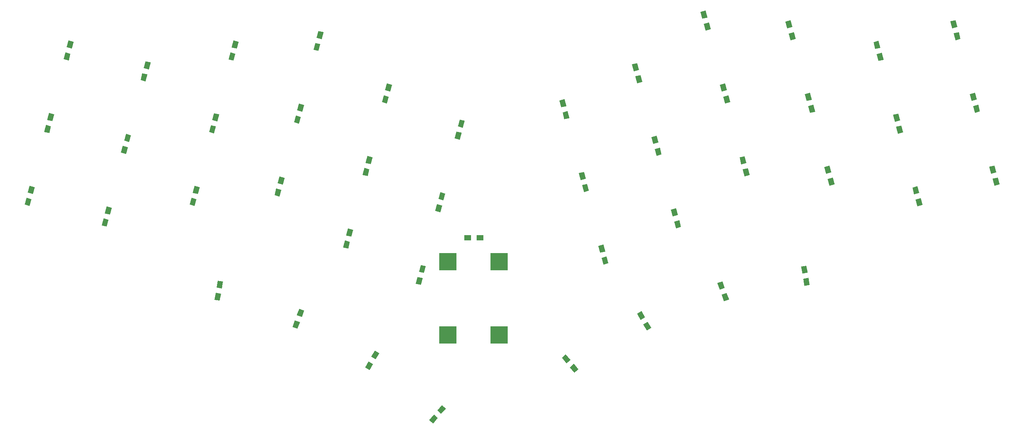
<source format=gtp>
G04 #@! TF.GenerationSoftware,KiCad,Pcbnew,(5.1.9)-1*
G04 #@! TF.CreationDate,2021-07-05T21:58:00+03:00*
G04 #@! TF.ProjectId,choctopus44,63686f63-746f-4707-9573-34342e6b6963,1.0 Prototype*
G04 #@! TF.SameCoordinates,Original*
G04 #@! TF.FileFunction,Paste,Top*
G04 #@! TF.FilePolarity,Positive*
%FSLAX46Y46*%
G04 Gerber Fmt 4.6, Leading zero omitted, Abs format (unit mm)*
G04 Created by KiCad (PCBNEW (5.1.9)-1) date 2021-07-05 21:58:00*
%MOMM*%
%LPD*%
G01*
G04 APERTURE LIST*
%ADD10R,4.000000X4.000000*%
%ADD11C,0.100000*%
%ADD12R,1.600000X1.200000*%
G04 APERTURE END LIST*
D10*
X150460000Y-138000000D03*
X138860000Y-138000000D03*
X138860000Y-121400000D03*
X150460000Y-121400000D03*
D11*
G36*
X131970741Y-124859819D02*
G01*
X133129852Y-125170402D01*
X132715741Y-126715883D01*
X131556630Y-126405300D01*
X131970741Y-124859819D01*
G37*
G36*
X132695435Y-122155227D02*
G01*
X133854546Y-122465810D01*
X133440435Y-124011291D01*
X132281324Y-123700708D01*
X132695435Y-122155227D01*
G37*
G36*
X181248736Y-79466581D02*
G01*
X182407847Y-79155998D01*
X182821958Y-80701479D01*
X181662847Y-81012062D01*
X181248736Y-79466581D01*
G37*
G36*
X180524042Y-76761989D02*
G01*
X181683153Y-76451406D01*
X182097264Y-77996887D01*
X180938153Y-78307470D01*
X180524042Y-76761989D01*
G37*
G36*
X173595736Y-120574847D02*
G01*
X174754847Y-120264264D01*
X175168958Y-121809745D01*
X174009847Y-122120328D01*
X173595736Y-120574847D01*
G37*
G36*
X172871042Y-117870255D02*
G01*
X174030153Y-117559672D01*
X174444264Y-119105153D01*
X173285153Y-119415736D01*
X172871042Y-117870255D01*
G37*
G36*
X185639150Y-95916528D02*
G01*
X186798261Y-95605945D01*
X187212372Y-97151426D01*
X186053261Y-97462009D01*
X185639150Y-95916528D01*
G37*
G36*
X184914456Y-93211936D02*
G01*
X186073567Y-92901353D01*
X186487678Y-94446834D01*
X185328567Y-94757417D01*
X184914456Y-93211936D01*
G37*
G36*
X52279279Y-74010754D02*
G01*
X53438390Y-74321337D01*
X53024279Y-75866818D01*
X51865168Y-75556235D01*
X52279279Y-74010754D01*
G37*
G36*
X53003973Y-71306162D02*
G01*
X54163084Y-71616745D01*
X53748973Y-73162226D01*
X52589862Y-72851643D01*
X53003973Y-71306162D01*
G37*
G36*
X69694541Y-78726539D02*
G01*
X70853652Y-79037122D01*
X70439541Y-80582603D01*
X69280430Y-80272020D01*
X69694541Y-78726539D01*
G37*
G36*
X70419235Y-76021947D02*
G01*
X71578346Y-76332530D01*
X71164235Y-77878011D01*
X70005124Y-77567428D01*
X70419235Y-76021947D01*
G37*
G36*
X89608401Y-74044329D02*
G01*
X90767512Y-74354912D01*
X90353401Y-75900393D01*
X89194290Y-75589810D01*
X89608401Y-74044329D01*
G37*
G36*
X90333095Y-71339737D02*
G01*
X91492206Y-71650320D01*
X91078095Y-73195801D01*
X89918984Y-72885218D01*
X90333095Y-71339737D01*
G37*
G36*
X108824654Y-71862835D02*
G01*
X109983765Y-72173418D01*
X109569654Y-73718899D01*
X108410543Y-73408316D01*
X108824654Y-71862835D01*
G37*
G36*
X109549348Y-69158243D02*
G01*
X110708459Y-69468826D01*
X110294348Y-71014307D01*
X109135237Y-70703724D01*
X109549348Y-69158243D01*
G37*
G36*
X124314031Y-83756080D02*
G01*
X125473142Y-84066663D01*
X125059031Y-85612144D01*
X123899920Y-85301561D01*
X124314031Y-83756080D01*
G37*
G36*
X125038725Y-81051488D02*
G01*
X126197836Y-81362071D01*
X125783725Y-82907552D01*
X124624614Y-82596969D01*
X125038725Y-81051488D01*
G37*
G36*
X140784070Y-91932653D02*
G01*
X141943181Y-92243236D01*
X141529070Y-93788717D01*
X140369959Y-93478134D01*
X140784070Y-91932653D01*
G37*
G36*
X141508764Y-89228061D02*
G01*
X142667875Y-89538644D01*
X142253764Y-91084125D01*
X141094653Y-90773542D01*
X141508764Y-89228061D01*
G37*
G36*
X47878031Y-90469792D02*
G01*
X49037142Y-90780375D01*
X48623031Y-92325856D01*
X47463920Y-92015273D01*
X47878031Y-90469792D01*
G37*
G36*
X48602725Y-87765200D02*
G01*
X49761836Y-88075783D01*
X49347725Y-89621264D01*
X48188614Y-89310681D01*
X48602725Y-87765200D01*
G37*
G36*
X65263408Y-95182962D02*
G01*
X66422519Y-95493545D01*
X66008408Y-97039026D01*
X64849297Y-96728443D01*
X65263408Y-95182962D01*
G37*
G36*
X65988102Y-92478370D02*
G01*
X67147213Y-92788953D01*
X66733102Y-94334434D01*
X65573991Y-94023851D01*
X65988102Y-92478370D01*
G37*
G36*
X85208025Y-90493405D02*
G01*
X86367136Y-90803988D01*
X85953025Y-92349469D01*
X84793914Y-92038886D01*
X85208025Y-90493405D01*
G37*
G36*
X85932719Y-87788813D02*
G01*
X87091830Y-88099396D01*
X86677719Y-89644877D01*
X85518608Y-89334294D01*
X85932719Y-87788813D01*
G37*
G36*
X104421663Y-88341796D02*
G01*
X105580774Y-88652379D01*
X105166663Y-90197860D01*
X104007552Y-89887277D01*
X104421663Y-88341796D01*
G37*
G36*
X105146357Y-85637204D02*
G01*
X106305468Y-85947787D01*
X105891357Y-87493268D01*
X104732246Y-87182685D01*
X105146357Y-85637204D01*
G37*
G36*
X119923617Y-100206027D02*
G01*
X121082728Y-100516610D01*
X120668617Y-102062091D01*
X119509506Y-101751508D01*
X119923617Y-100206027D01*
G37*
G36*
X120648311Y-97501435D02*
G01*
X121807422Y-97812018D01*
X121393311Y-99357499D01*
X120234200Y-99046916D01*
X120648311Y-97501435D01*
G37*
G36*
X136372860Y-108390819D02*
G01*
X137531971Y-108701402D01*
X137117860Y-110246883D01*
X135958749Y-109936300D01*
X136372860Y-108390819D01*
G37*
G36*
X137097554Y-105686227D02*
G01*
X138256665Y-105996810D01*
X137842554Y-107542291D01*
X136683443Y-107231708D01*
X137097554Y-105686227D01*
G37*
G36*
X43464207Y-106957843D02*
G01*
X44623318Y-107268426D01*
X44209207Y-108813907D01*
X43050096Y-108503324D01*
X43464207Y-106957843D01*
G37*
G36*
X44188901Y-104253251D02*
G01*
X45348012Y-104563834D01*
X44933901Y-106109315D01*
X43774790Y-105798732D01*
X44188901Y-104253251D01*
G37*
G36*
X60892917Y-111634652D02*
G01*
X62052028Y-111945235D01*
X61637917Y-113490716D01*
X60478806Y-113180133D01*
X60892917Y-111634652D01*
G37*
G36*
X61617611Y-108930060D02*
G01*
X62776722Y-109240643D01*
X62362611Y-110786124D01*
X61203500Y-110475541D01*
X61617611Y-108930060D01*
G37*
G36*
X80795072Y-106971495D02*
G01*
X81954183Y-107282078D01*
X81540072Y-108827559D01*
X80380961Y-108516976D01*
X80795072Y-106971495D01*
G37*
G36*
X81519766Y-104266903D02*
G01*
X82678877Y-104577486D01*
X82264766Y-106122967D01*
X81105655Y-105812384D01*
X81519766Y-104266903D01*
G37*
G36*
X100002480Y-104829379D02*
G01*
X101161591Y-105139962D01*
X100747480Y-106685443D01*
X99588369Y-106374860D01*
X100002480Y-104829379D01*
G37*
G36*
X100727174Y-102124787D02*
G01*
X101886285Y-102435370D01*
X101472174Y-103980851D01*
X100313063Y-103670268D01*
X100727174Y-102124787D01*
G37*
G36*
X115524984Y-116635179D02*
G01*
X116684095Y-116945762D01*
X116269984Y-118491243D01*
X115110873Y-118180660D01*
X115524984Y-116635179D01*
G37*
G36*
X116249678Y-113930587D02*
G01*
X117408789Y-114241170D01*
X116994678Y-115786651D01*
X115835567Y-115476068D01*
X116249678Y-113930587D01*
G37*
G36*
X164778698Y-87643154D02*
G01*
X165937809Y-87332571D01*
X166351920Y-88878052D01*
X165192809Y-89188635D01*
X164778698Y-87643154D01*
G37*
G36*
X164054004Y-84938562D02*
G01*
X165213115Y-84627979D01*
X165627226Y-86173460D01*
X164468115Y-86484043D01*
X164054004Y-84938562D01*
G37*
G36*
X196738113Y-67573336D02*
G01*
X197897224Y-67262753D01*
X198311335Y-68808234D01*
X197152224Y-69118817D01*
X196738113Y-67573336D01*
G37*
G36*
X196013419Y-64868744D02*
G01*
X197172530Y-64558161D01*
X197586641Y-66103642D01*
X196427530Y-66414225D01*
X196013419Y-64868744D01*
G37*
G36*
X215954367Y-69754830D02*
G01*
X217113478Y-69444247D01*
X217527589Y-70989728D01*
X216368478Y-71300311D01*
X215954367Y-69754830D01*
G37*
G36*
X215229673Y-67050238D02*
G01*
X216388784Y-66739655D01*
X216802895Y-68285136D01*
X215643784Y-68595719D01*
X215229673Y-67050238D01*
G37*
G36*
X235868226Y-74437040D02*
G01*
X237027337Y-74126457D01*
X237441448Y-75671938D01*
X236282337Y-75982521D01*
X235868226Y-74437040D01*
G37*
G36*
X235143532Y-71732448D02*
G01*
X236302643Y-71421865D01*
X236716754Y-72967346D01*
X235557643Y-73277929D01*
X235143532Y-71732448D01*
G37*
G36*
X253283489Y-69721255D02*
G01*
X254442600Y-69410672D01*
X254856711Y-70956153D01*
X253697600Y-71266736D01*
X253283489Y-69721255D01*
G37*
G36*
X252558795Y-67016663D02*
G01*
X253717906Y-66706080D01*
X254132017Y-68251561D01*
X252972906Y-68562144D01*
X252558795Y-67016663D01*
G37*
G36*
X169189907Y-104101320D02*
G01*
X170349018Y-103790737D01*
X170763129Y-105336218D01*
X169604018Y-105646801D01*
X169189907Y-104101320D01*
G37*
G36*
X168465213Y-101396728D02*
G01*
X169624324Y-101086145D01*
X170038435Y-102631626D01*
X168879324Y-102942209D01*
X168465213Y-101396728D01*
G37*
G36*
X201141104Y-84052297D02*
G01*
X202300215Y-83741714D01*
X202714326Y-85287195D01*
X201555215Y-85597778D01*
X201141104Y-84052297D01*
G37*
G36*
X200416410Y-81347705D02*
G01*
X201575521Y-81037122D01*
X201989632Y-82582603D01*
X200830521Y-82893186D01*
X200416410Y-81347705D01*
G37*
G36*
X220354743Y-86203906D02*
G01*
X221513854Y-85893323D01*
X221927965Y-87438804D01*
X220768854Y-87749387D01*
X220354743Y-86203906D01*
G37*
G36*
X219630049Y-83499314D02*
G01*
X220789160Y-83188731D01*
X221203271Y-84734212D01*
X220044160Y-85044795D01*
X219630049Y-83499314D01*
G37*
G36*
X240299360Y-90893463D02*
G01*
X241458471Y-90582880D01*
X241872582Y-92128361D01*
X240713471Y-92438944D01*
X240299360Y-90893463D01*
G37*
G36*
X239574666Y-88188871D02*
G01*
X240733777Y-87878288D01*
X241147888Y-89423769D01*
X239988777Y-89734352D01*
X239574666Y-88188871D01*
G37*
G36*
X257684737Y-86180293D02*
G01*
X258843848Y-85869710D01*
X259257959Y-87415191D01*
X258098848Y-87725774D01*
X257684737Y-86180293D01*
G37*
G36*
X256960043Y-83475701D02*
G01*
X258119154Y-83165118D01*
X258533265Y-84710599D01*
X257374154Y-85021182D01*
X256960043Y-83475701D01*
G37*
G36*
X190037783Y-112345680D02*
G01*
X191196894Y-112035097D01*
X191611005Y-113580578D01*
X190451894Y-113891161D01*
X190037783Y-112345680D01*
G37*
G36*
X189313089Y-109641088D02*
G01*
X190472200Y-109330505D01*
X190886311Y-110875986D01*
X189727200Y-111186569D01*
X189313089Y-109641088D01*
G37*
G36*
X205554928Y-100540349D02*
G01*
X206714039Y-100229766D01*
X207128150Y-101775247D01*
X205969039Y-102085830D01*
X205554928Y-100540349D01*
G37*
G36*
X204830234Y-97835757D02*
G01*
X205989345Y-97525174D01*
X206403456Y-99070655D01*
X205244345Y-99381238D01*
X204830234Y-97835757D01*
G37*
G36*
X224767695Y-102681996D02*
G01*
X225926806Y-102371413D01*
X226340917Y-103916894D01*
X225181806Y-104227477D01*
X224767695Y-102681996D01*
G37*
G36*
X224043001Y-99977404D02*
G01*
X225202112Y-99666821D01*
X225616223Y-101212302D01*
X224457112Y-101522885D01*
X224043001Y-99977404D01*
G37*
G36*
X244669850Y-107345153D02*
G01*
X245828961Y-107034570D01*
X246243072Y-108580051D01*
X245083961Y-108890634D01*
X244669850Y-107345153D01*
G37*
G36*
X243945156Y-104640561D02*
G01*
X245104267Y-104329978D01*
X245518378Y-105875459D01*
X244359267Y-106186042D01*
X243945156Y-104640561D01*
G37*
G36*
X262098561Y-102668344D02*
G01*
X263257672Y-102357761D01*
X263671783Y-103903242D01*
X262512672Y-104213825D01*
X262098561Y-102668344D01*
G37*
G36*
X261373867Y-99963752D02*
G01*
X262532978Y-99653169D01*
X262947089Y-101198650D01*
X261787978Y-101509233D01*
X261373867Y-99963752D01*
G37*
G36*
X86304927Y-128486696D02*
G01*
X87486696Y-128695074D01*
X87208859Y-130270766D01*
X86027090Y-130062388D01*
X86304927Y-128486696D01*
G37*
G36*
X86791141Y-125729234D02*
G01*
X87972910Y-125937612D01*
X87695073Y-127513304D01*
X86513304Y-127304926D01*
X86791141Y-125729234D01*
G37*
G36*
X104230973Y-134707836D02*
G01*
X105358604Y-135118260D01*
X104811371Y-136621768D01*
X103683740Y-136211344D01*
X104230973Y-134707836D01*
G37*
G36*
X105188629Y-132076696D02*
G01*
X106316260Y-132487120D01*
X105769027Y-133990628D01*
X104641396Y-133580204D01*
X105188629Y-132076696D01*
G37*
G36*
X120880385Y-144007180D02*
G01*
X121919615Y-144607180D01*
X121119615Y-145992820D01*
X120080385Y-145392820D01*
X120880385Y-144007180D01*
G37*
G36*
X122280385Y-141582308D02*
G01*
X123319615Y-142182308D01*
X122519615Y-143567948D01*
X121480385Y-142967948D01*
X122280385Y-141582308D01*
G37*
G36*
X166419174Y-145357726D02*
G01*
X167338428Y-144586381D01*
X168366888Y-145812052D01*
X167447634Y-146583397D01*
X166419174Y-145357726D01*
G37*
G36*
X164619368Y-143212802D02*
G01*
X165538622Y-142441457D01*
X166567082Y-143667128D01*
X165647828Y-144438473D01*
X164619368Y-143212802D01*
G37*
G36*
X183030385Y-135654552D02*
G01*
X184069615Y-135054552D01*
X184869615Y-136440192D01*
X183830385Y-137040192D01*
X183030385Y-135654552D01*
G37*
G36*
X181630385Y-133229680D02*
G01*
X182669615Y-132629680D01*
X183469615Y-134015320D01*
X182430385Y-134615320D01*
X181630385Y-133229680D01*
G37*
G36*
X200786346Y-128919796D02*
G01*
X201913977Y-128509372D01*
X202461210Y-130012880D01*
X201333579Y-130423304D01*
X200786346Y-128919796D01*
G37*
G36*
X199828690Y-126288656D02*
G01*
X200956321Y-125878232D01*
X201503554Y-127381740D01*
X200375923Y-127792164D01*
X199828690Y-126288656D01*
G37*
G36*
X219270197Y-125316343D02*
G01*
X220451966Y-125107965D01*
X220729803Y-126683657D01*
X219548034Y-126892035D01*
X219270197Y-125316343D01*
G37*
G36*
X218783983Y-122558881D02*
G01*
X219965752Y-122350503D01*
X220243589Y-123926195D01*
X219061820Y-124134573D01*
X218783983Y-122558881D01*
G37*
D12*
X143350000Y-116000000D03*
X146150000Y-116000000D03*
D11*
G36*
X135654700Y-156073954D02*
G01*
X136573954Y-156845299D01*
X135545494Y-158070970D01*
X134626240Y-157299625D01*
X135654700Y-156073954D01*
G37*
G36*
X137454506Y-153929030D02*
G01*
X138373760Y-154700375D01*
X137345300Y-155926046D01*
X136426046Y-155154701D01*
X137454506Y-153929030D01*
G37*
M02*

</source>
